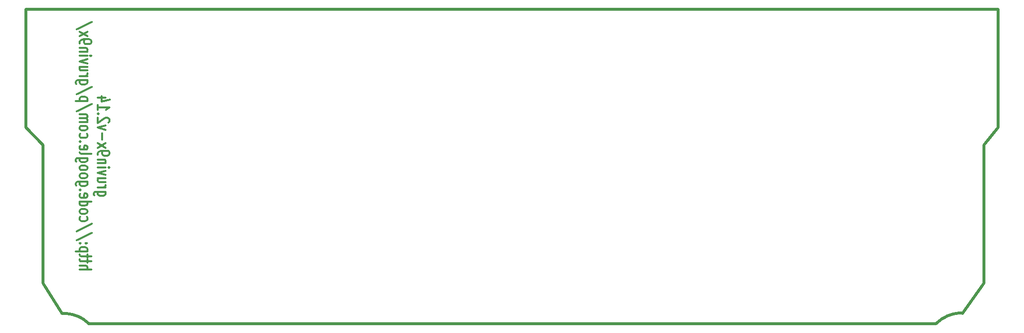
<source format=gbo>
G04 (created by PCBNEW-RS274X (2010-05-05 BZR 2356)-stable) date 12/12/2010 12:16:04 p.m.*
G01*
G70*
G90*
%MOIN*%
G04 Gerber Fmt 3.4, Leading zero omitted, Abs format*
%FSLAX34Y34*%
G04 APERTURE LIST*
%ADD10C,0.006000*%
%ADD11C,0.012000*%
%ADD12C,0.019700*%
G04 APERTURE END LIST*
G54D10*
G54D11*
X17346Y-24359D02*
X16698Y-24359D01*
X16622Y-24388D01*
X16584Y-24416D01*
X16546Y-24473D01*
X16546Y-24559D01*
X16584Y-24616D01*
X16850Y-24359D02*
X16812Y-24416D01*
X16812Y-24530D01*
X16850Y-24588D01*
X16888Y-24616D01*
X16965Y-24645D01*
X17193Y-24645D01*
X17269Y-24616D01*
X17307Y-24588D01*
X17346Y-24530D01*
X17346Y-24416D01*
X17307Y-24359D01*
X16812Y-24073D02*
X17346Y-24073D01*
X17193Y-24073D02*
X17269Y-24045D01*
X17307Y-24016D01*
X17346Y-23959D01*
X17346Y-23902D01*
X17346Y-23445D02*
X16812Y-23445D01*
X17346Y-23702D02*
X16926Y-23702D01*
X16850Y-23674D01*
X16812Y-23616D01*
X16812Y-23531D01*
X16850Y-23474D01*
X16888Y-23445D01*
X17346Y-23216D02*
X16812Y-23073D01*
X17346Y-22931D01*
X16812Y-22702D02*
X17346Y-22702D01*
X17612Y-22702D02*
X17574Y-22731D01*
X17536Y-22702D01*
X17574Y-22674D01*
X17612Y-22702D01*
X17536Y-22702D01*
X17346Y-22416D02*
X16812Y-22416D01*
X17269Y-22416D02*
X17307Y-22388D01*
X17346Y-22330D01*
X17346Y-22245D01*
X17307Y-22188D01*
X17231Y-22159D01*
X16812Y-22159D01*
X16812Y-21845D02*
X16812Y-21730D01*
X16850Y-21673D01*
X16888Y-21645D01*
X17003Y-21587D01*
X17155Y-21559D01*
X17460Y-21559D01*
X17536Y-21587D01*
X17574Y-21616D01*
X17612Y-21673D01*
X17612Y-21787D01*
X17574Y-21845D01*
X17536Y-21873D01*
X17460Y-21902D01*
X17269Y-21902D01*
X17193Y-21873D01*
X17155Y-21845D01*
X17117Y-21787D01*
X17117Y-21673D01*
X17155Y-21616D01*
X17193Y-21587D01*
X17269Y-21559D01*
X16812Y-21359D02*
X17346Y-21045D01*
X17346Y-21359D02*
X16812Y-21045D01*
X17117Y-20816D02*
X17117Y-20359D01*
X17346Y-20130D02*
X16812Y-19987D01*
X17346Y-19845D01*
X17536Y-19645D02*
X17574Y-19616D01*
X17612Y-19559D01*
X17612Y-19416D01*
X17574Y-19359D01*
X17536Y-19330D01*
X17460Y-19302D01*
X17384Y-19302D01*
X17269Y-19330D01*
X16812Y-19673D01*
X16812Y-19302D01*
X16888Y-19045D02*
X16850Y-19017D01*
X16812Y-19045D01*
X16850Y-19074D01*
X16888Y-19045D01*
X16812Y-19045D01*
X16812Y-18445D02*
X16812Y-18788D01*
X16812Y-18616D02*
X17612Y-18616D01*
X17498Y-18673D01*
X17422Y-18731D01*
X17384Y-18788D01*
X17346Y-17931D02*
X16812Y-17931D01*
X17650Y-18074D02*
X17079Y-18217D01*
X17079Y-17845D01*
X15572Y-29661D02*
X16372Y-29661D01*
X15572Y-29404D02*
X15991Y-29404D01*
X16067Y-29433D01*
X16106Y-29490D01*
X16106Y-29575D01*
X16067Y-29633D01*
X16029Y-29661D01*
X16106Y-29204D02*
X16106Y-28975D01*
X16372Y-29118D02*
X15686Y-29118D01*
X15610Y-29090D01*
X15572Y-29032D01*
X15572Y-28975D01*
X16106Y-28861D02*
X16106Y-28632D01*
X16372Y-28775D02*
X15686Y-28775D01*
X15610Y-28747D01*
X15572Y-28689D01*
X15572Y-28632D01*
X16106Y-28432D02*
X15306Y-28432D01*
X16067Y-28432D02*
X16106Y-28375D01*
X16106Y-28261D01*
X16067Y-28204D01*
X16029Y-28175D01*
X15953Y-28146D01*
X15725Y-28146D01*
X15648Y-28175D01*
X15610Y-28204D01*
X15572Y-28261D01*
X15572Y-28375D01*
X15610Y-28432D01*
X15648Y-27889D02*
X15610Y-27861D01*
X15572Y-27889D01*
X15610Y-27918D01*
X15648Y-27889D01*
X15572Y-27889D01*
X16067Y-27889D02*
X16029Y-27861D01*
X15991Y-27889D01*
X16029Y-27918D01*
X16067Y-27889D01*
X15991Y-27889D01*
X16410Y-27175D02*
X15382Y-27689D01*
X16410Y-26546D02*
X15382Y-27060D01*
X15610Y-26088D02*
X15572Y-26145D01*
X15572Y-26259D01*
X15610Y-26317D01*
X15648Y-26345D01*
X15725Y-26374D01*
X15953Y-26374D01*
X16029Y-26345D01*
X16067Y-26317D01*
X16106Y-26259D01*
X16106Y-26145D01*
X16067Y-26088D01*
X15572Y-25745D02*
X15610Y-25803D01*
X15648Y-25831D01*
X15725Y-25860D01*
X15953Y-25860D01*
X16029Y-25831D01*
X16067Y-25803D01*
X16106Y-25745D01*
X16106Y-25660D01*
X16067Y-25603D01*
X16029Y-25574D01*
X15953Y-25545D01*
X15725Y-25545D01*
X15648Y-25574D01*
X15610Y-25603D01*
X15572Y-25660D01*
X15572Y-25745D01*
X15572Y-25031D02*
X16372Y-25031D01*
X15610Y-25031D02*
X15572Y-25088D01*
X15572Y-25202D01*
X15610Y-25260D01*
X15648Y-25288D01*
X15725Y-25317D01*
X15953Y-25317D01*
X16029Y-25288D01*
X16067Y-25260D01*
X16106Y-25202D01*
X16106Y-25088D01*
X16067Y-25031D01*
X15610Y-24517D02*
X15572Y-24574D01*
X15572Y-24688D01*
X15610Y-24745D01*
X15686Y-24774D01*
X15991Y-24774D01*
X16067Y-24745D01*
X16106Y-24688D01*
X16106Y-24574D01*
X16067Y-24517D01*
X15991Y-24488D01*
X15915Y-24488D01*
X15839Y-24774D01*
X15648Y-24231D02*
X15610Y-24203D01*
X15572Y-24231D01*
X15610Y-24260D01*
X15648Y-24231D01*
X15572Y-24231D01*
X16106Y-23688D02*
X15458Y-23688D01*
X15382Y-23717D01*
X15344Y-23745D01*
X15306Y-23802D01*
X15306Y-23888D01*
X15344Y-23945D01*
X15610Y-23688D02*
X15572Y-23745D01*
X15572Y-23859D01*
X15610Y-23917D01*
X15648Y-23945D01*
X15725Y-23974D01*
X15953Y-23974D01*
X16029Y-23945D01*
X16067Y-23917D01*
X16106Y-23859D01*
X16106Y-23745D01*
X16067Y-23688D01*
X15572Y-23316D02*
X15610Y-23374D01*
X15648Y-23402D01*
X15725Y-23431D01*
X15953Y-23431D01*
X16029Y-23402D01*
X16067Y-23374D01*
X16106Y-23316D01*
X16106Y-23231D01*
X16067Y-23174D01*
X16029Y-23145D01*
X15953Y-23116D01*
X15725Y-23116D01*
X15648Y-23145D01*
X15610Y-23174D01*
X15572Y-23231D01*
X15572Y-23316D01*
X15572Y-22773D02*
X15610Y-22831D01*
X15648Y-22859D01*
X15725Y-22888D01*
X15953Y-22888D01*
X16029Y-22859D01*
X16067Y-22831D01*
X16106Y-22773D01*
X16106Y-22688D01*
X16067Y-22631D01*
X16029Y-22602D01*
X15953Y-22573D01*
X15725Y-22573D01*
X15648Y-22602D01*
X15610Y-22631D01*
X15572Y-22688D01*
X15572Y-22773D01*
X16106Y-22059D02*
X15458Y-22059D01*
X15382Y-22088D01*
X15344Y-22116D01*
X15306Y-22173D01*
X15306Y-22259D01*
X15344Y-22316D01*
X15610Y-22059D02*
X15572Y-22116D01*
X15572Y-22230D01*
X15610Y-22288D01*
X15648Y-22316D01*
X15725Y-22345D01*
X15953Y-22345D01*
X16029Y-22316D01*
X16067Y-22288D01*
X16106Y-22230D01*
X16106Y-22116D01*
X16067Y-22059D01*
X15572Y-21687D02*
X15610Y-21745D01*
X15686Y-21773D01*
X16372Y-21773D01*
X15610Y-21231D02*
X15572Y-21288D01*
X15572Y-21402D01*
X15610Y-21459D01*
X15686Y-21488D01*
X15991Y-21488D01*
X16067Y-21459D01*
X16106Y-21402D01*
X16106Y-21288D01*
X16067Y-21231D01*
X15991Y-21202D01*
X15915Y-21202D01*
X15839Y-21488D01*
X15648Y-20945D02*
X15610Y-20917D01*
X15572Y-20945D01*
X15610Y-20974D01*
X15648Y-20945D01*
X15572Y-20945D01*
X15610Y-20402D02*
X15572Y-20459D01*
X15572Y-20573D01*
X15610Y-20631D01*
X15648Y-20659D01*
X15725Y-20688D01*
X15953Y-20688D01*
X16029Y-20659D01*
X16067Y-20631D01*
X16106Y-20573D01*
X16106Y-20459D01*
X16067Y-20402D01*
X15572Y-20059D02*
X15610Y-20117D01*
X15648Y-20145D01*
X15725Y-20174D01*
X15953Y-20174D01*
X16029Y-20145D01*
X16067Y-20117D01*
X16106Y-20059D01*
X16106Y-19974D01*
X16067Y-19917D01*
X16029Y-19888D01*
X15953Y-19859D01*
X15725Y-19859D01*
X15648Y-19888D01*
X15610Y-19917D01*
X15572Y-19974D01*
X15572Y-20059D01*
X15572Y-19602D02*
X16106Y-19602D01*
X16029Y-19602D02*
X16067Y-19574D01*
X16106Y-19516D01*
X16106Y-19431D01*
X16067Y-19374D01*
X15991Y-19345D01*
X15572Y-19345D01*
X15991Y-19345D02*
X16067Y-19316D01*
X16106Y-19259D01*
X16106Y-19174D01*
X16067Y-19116D01*
X15991Y-19088D01*
X15572Y-19088D01*
X16410Y-18374D02*
X15382Y-18888D01*
X16106Y-18173D02*
X15306Y-18173D01*
X16067Y-18173D02*
X16106Y-18116D01*
X16106Y-18002D01*
X16067Y-17945D01*
X16029Y-17916D01*
X15953Y-17887D01*
X15725Y-17887D01*
X15648Y-17916D01*
X15610Y-17945D01*
X15572Y-18002D01*
X15572Y-18116D01*
X15610Y-18173D01*
X16410Y-17202D02*
X15382Y-17716D01*
X16106Y-16744D02*
X15458Y-16744D01*
X15382Y-16773D01*
X15344Y-16801D01*
X15306Y-16858D01*
X15306Y-16944D01*
X15344Y-17001D01*
X15610Y-16744D02*
X15572Y-16801D01*
X15572Y-16915D01*
X15610Y-16973D01*
X15648Y-17001D01*
X15725Y-17030D01*
X15953Y-17030D01*
X16029Y-17001D01*
X16067Y-16973D01*
X16106Y-16915D01*
X16106Y-16801D01*
X16067Y-16744D01*
X15572Y-16458D02*
X16106Y-16458D01*
X15953Y-16458D02*
X16029Y-16430D01*
X16067Y-16401D01*
X16106Y-16344D01*
X16106Y-16287D01*
X16106Y-15830D02*
X15572Y-15830D01*
X16106Y-16087D02*
X15686Y-16087D01*
X15610Y-16059D01*
X15572Y-16001D01*
X15572Y-15916D01*
X15610Y-15859D01*
X15648Y-15830D01*
X16106Y-15601D02*
X15572Y-15458D01*
X16106Y-15316D01*
X15572Y-15087D02*
X16106Y-15087D01*
X16372Y-15087D02*
X16334Y-15116D01*
X16296Y-15087D01*
X16334Y-15059D01*
X16372Y-15087D01*
X16296Y-15087D01*
X16106Y-14801D02*
X15572Y-14801D01*
X16029Y-14801D02*
X16067Y-14773D01*
X16106Y-14715D01*
X16106Y-14630D01*
X16067Y-14573D01*
X15991Y-14544D01*
X15572Y-14544D01*
X15572Y-14230D02*
X15572Y-14115D01*
X15610Y-14058D01*
X15648Y-14030D01*
X15763Y-13972D01*
X15915Y-13944D01*
X16220Y-13944D01*
X16296Y-13972D01*
X16334Y-14001D01*
X16372Y-14058D01*
X16372Y-14172D01*
X16334Y-14230D01*
X16296Y-14258D01*
X16220Y-14287D01*
X16029Y-14287D01*
X15953Y-14258D01*
X15915Y-14230D01*
X15877Y-14172D01*
X15877Y-14058D01*
X15915Y-14001D01*
X15953Y-13972D01*
X16029Y-13944D01*
X15572Y-13744D02*
X16106Y-13430D01*
X16106Y-13744D02*
X15572Y-13430D01*
X16410Y-12773D02*
X15382Y-13287D01*
G54D12*
X16167Y-33349D02*
X16013Y-33209D01*
X15848Y-33083D01*
X15672Y-32972D01*
X15487Y-32876D01*
X15295Y-32797D01*
X15096Y-32736D01*
X14893Y-32691D01*
X14687Y-32665D01*
X14480Y-32657D01*
X14397Y-32658D01*
X75802Y-32654D02*
X75595Y-32656D01*
X75387Y-32676D01*
X75183Y-32714D01*
X74982Y-32769D01*
X74787Y-32842D01*
X74599Y-32932D01*
X74419Y-33038D01*
X74250Y-33159D01*
X74092Y-33294D01*
X74017Y-33366D01*
X16181Y-33366D02*
X73986Y-33366D01*
X78248Y-11909D02*
X11909Y-11909D01*
X13091Y-30610D02*
X14390Y-32657D01*
X77264Y-30610D02*
X75807Y-32657D01*
X77264Y-21161D02*
X77264Y-30610D01*
X78248Y-19980D02*
X77264Y-21161D01*
X13091Y-21161D02*
X13091Y-30610D01*
X11909Y-19980D02*
X13091Y-21161D01*
X11909Y-11909D02*
X11909Y-19980D01*
X78248Y-11909D02*
X78248Y-19980D01*
M02*

</source>
